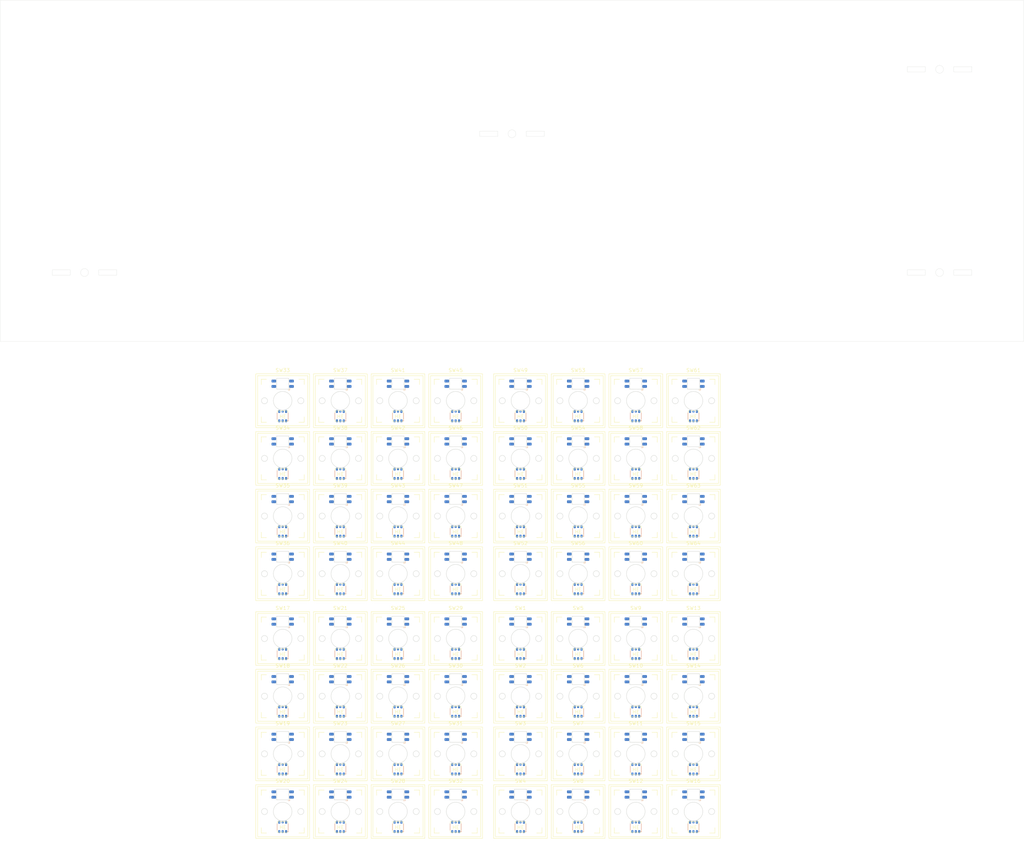
<source format=kicad_pcb>
(kicad_pcb (version 20241229) (generator "pcbnew") (generator_version "9.0")
  (title_block (title "Keys Dock Typeboard") (date "2025-10-29") (rev "0.2.1") (company "keys.woooo.tech"))
  (layers (0 "F.Cu" signal) (2 "B.Cu" signal) (13 "F.Paste" user) (15 "B.Paste" user) (5 "F.SilkS" user "F.Silkscreen") (7 "B.SilkS" user "B.Silkscreen") (1 "F.Mask" user) (3 "B.Mask" user) (25 "Edge.Cuts" user))
  (net 0 "")
  (net 2 "P,+5")
  (net 3 "/keys-group-1/LED_DATA_INNER")
  (net 4 "Net-(SW1-GND-PadH2)")
  (net 5 "Net-(SW1-LED_OUT)")
  (net 6 "SAKI_MOVE")
  (net 7 "P,+3.3")
  (net 8 "SLEEP")
  (net 9 "Net-(SW10-GND-PadH2)")
  (net 10 "Net-(SW10-LED_OUT)")
  (net 11 "Net-(SW2-LED_OUT)")
  (net 13 "Net-(SW10-LED_IN)")
  (net 14 "Net-(SW11-LED_OUT)")
  (net 16 "Net-(SW12-LED_OUT)")
  (net 17 "Net-(SW11-LED_IN)")
  (net 20 "Net-(SW12-LED_IN)")
  (net 21 "/keys-group-1/LED_DATA_IN")
  (net 22 "Net-(SW14-LED_OUT)")
  (net 23 "Net-(SW13-LED_IN)")
  (net 25 "Net-(SW14-LED_IN)")
  (net 26 "Net-(SW15-LED_OUT)")
  (net 28 "Net-(SW16-LED_OUT)")
  (net 30 "Net-(SW15-LED_IN)")
  (net 32 "P,E")
  (net 36 "/keys-group-1/LED_DATA_OUT")
  (net 41 "/keys-group-2/LED_DATA_INNER")
  (net 42 "Net-(SW17-GND-PadH2)")
  (net 44 "Net-(SW17-LED_OUT)")
  (net 45 "Net-(SW18-LED_IN)")
  (net 47 "Net-(SW18-GND-PadH5)")
  (net 48 "Net-(SW19-LED_IN)")
  (net 50 "Net-(SW20-LED_IN)")
  (net 53 "Net-(SW21-LED_IN)")
  (net 54 "Net-(SW22-LED_IN)")
  (net 56 "Net-(SW23-LED_IN)")
  (net 58 "Net-(SW24-LED_IN)")
  (net 61 "Net-(SW26-LED_IN)")
  (net 62 "/keys-group-2/LED_DATA_OUT")
  (net 65 "Net-(SW27-LED_IN)")
  (net 67 "Net-(SW28-LED_IN)")
  (net 69 "Net-(SW29-LED_IN)")
  (net 70 "Net-(SW30-LED_IN)")
  (net 72 "Net-(SW31-LED_IN)")
  (net 75 "/keys-group-3/LED_DATA_INNER")
  (net 76 "Net-(SW33-GND-PadH5)")
  (net 77 "Net-(SW33-LED_IN)")
  (net 79 "Net-(SW34-LED_IN)")
  (net 81 "Net-(SW35-LED_IN)")
  (net 83 "Net-(SW36-LED_IN)")
  (net 85 "Net-(SW37-LED_IN)")
  (net 88 "Net-(SW38-LED_IN)")
  (net 90 "Net-(SW39-LED_IN)")
  (net 92 "Net-(SW41-GND-PadH5)")
  (net 93 "/keys-group-3/LED_DATA_OUT")
  (net 94 "Net-(SW41-LED_IN)")
  (net 97 "Net-(SW42-LED_IN)")
  (net 98 "Net-(SW43-LED_IN)")
  (net 101 "Net-(SW44-LED_IN)")
  (net 103 "Net-(SW45-LED_IN)")
  (net 104 "Net-(SW46-LED_IN)")
  (net 106 "Net-(SW47-LED_IN)")
  (net 110 "Net-(SW49-LED_IN)")
  (net 111 "Net-(SW49-GND-PadH5)")
  (net 112 "/keys-group-4/LED_DATA_INNER")
  (net 113 "Net-(SW50-LED_IN)")
  (net 116 "Net-(SW51-LED_IN)")
  (net 118 "Net-(SW52-LED_IN)")
  (net 120 "Net-(SW53-LED_IN)")
  (net 121 "Net-(SW54-LED_IN)")
  (net 124 "Net-(SW55-LED_IN)")
  (net 126 "/keys-group-4/LED_DATA_OUT")
  (net 127 "Net-(SW57-GND-PadH5)")
  (net 128 "Net-(SW57-LED_IN)")
  (net 130 "Net-(SW58-LED_IN)")
  (net 132 "Net-(SW59-LED_IN)")
  (net 134 "Net-(SW60-LED_IN)")
  (net 137 "Net-(SW61-LED_IN)")
  (net 138 "Net-(SW62-LED_IN)")
  (net 140 "Net-(SW63-LED_IN)")
  (footprint "KeysDock:KD-SINGLE-KEY" (layer "F.Cu") (at 229.33 154.8)
    (property "Reference" "SW53")
    (property "Value" "~")
    (fp_rect (start -1.7 -6.25) (end 1.7 -3.25) (stroke (width 0.1)) (fill no) (layer "Edge.Cuts"))
    (fp_circle (center -5.075 0) (end -4.225 0) (stroke (width 0.1)) (fill no) (layer "Edge.Cuts"))
    (fp_circle (center 0 0) (end 2.6 0) (stroke (width 0.1)) (fill no) (layer "Edge.Cuts"))
    (fp_circle (center 5.075 0) (end 5.925 0) (stroke (width 0.1)) (fill no) (layer "Edge.Cuts"))
  )
  (footprint "KeysDock:KD-SINGLE-KEY" (layer "F.Cu") (at 146.83 253.4)
    (property "Reference" "SW19")
    (property "Value" "~")
    (fp_rect (start -1.7 -6.25) (end 1.7 -3.25) (stroke (width 0.1)) (fill no) (layer "Edge.Cuts"))
    (fp_circle (center -5.075 0) (end -4.225 0) (stroke (width 0.1)) (fill no) (layer "Edge.Cuts"))
    (fp_circle (center 0 0) (end 2.6 0) (stroke (width 0.1)) (fill no) (layer "Edge.Cuts"))
    (fp_circle (center 5.075 0) (end 5.925 0) (stroke (width 0.1)) (fill no) (layer "Edge.Cuts"))
  )
  (footprint "KeysDock:KD-SINGLE-KEY" (layer "F.Cu") (at 162.93 170.9)
    (property "Reference" "SW38")
    (property "Value" "~")
    (fp_rect (start -1.7 -6.25) (end 1.7 -3.25) (stroke (width 0.1)) (fill no) (layer "Edge.Cuts"))
    (fp_circle (center -5.075 0) (end -4.225 0) (stroke (width 0.1)) (fill no) (layer "Edge.Cuts"))
    (fp_circle (center 0 0) (end 2.6 0) (stroke (width 0.1)) (fill no) (layer "Edge.Cuts"))
    (fp_circle (center 5.075 0) (end 5.925 0) (stroke (width 0.1)) (fill no) (layer "Edge.Cuts"))
  )
  (footprint "KeysDock:KD-SINGLE-KEY" (layer "F.Cu") (at 245.43 170.9)
    (property "Reference" "SW58")
    (property "Value" "~")
    (fp_rect (start -1.7 -6.25) (end 1.7 -3.25) (stroke (width 0.1)) (fill no) (layer "Edge.Cuts"))
    (fp_circle (center -5.075 0) (end -4.225 0) (stroke (width 0.1)) (fill no) (layer "Edge.Cuts"))
    (fp_circle (center 0 0) (end 2.6 0) (stroke (width 0.1)) (fill no) (layer "Edge.Cuts"))
    (fp_circle (center 5.075 0) (end 5.925 0) (stroke (width 0.1)) (fill no) (layer "Edge.Cuts"))
  )
  (footprint "KeysDock:KD-SINGLE-KEY" (layer "F.Cu") (at 261.53 187)
    (property "Reference" "SW63")
    (property "Value" "~")
    (fp_rect (start -1.7 -6.25) (end 1.7 -3.25) (stroke (width 0.1)) (fill no) (layer "Edge.Cuts"))
    (fp_circle (center -5.075 0) (end -4.225 0) (stroke (width 0.1)) (fill no) (layer "Edge.Cuts"))
    (fp_circle (center 0 0) (end 2.6 0) (stroke (width 0.1)) (fill no) (layer "Edge.Cuts"))
    (fp_circle (center 5.075 0) (end 5.925 0) (stroke (width 0.1)) (fill no) (layer "Edge.Cuts"))
  )
  (footprint "KeysDock:KD-SINGLE-KEY" (layer "F.Cu") (at 245.43 269.5)
    (property "Reference" "SW12")
    (property "Value" "~")
    (fp_rect (start -1.7 -6.25) (end 1.7 -3.25) (stroke (width 0.1)) (fill no) (layer "Edge.Cuts"))
    (fp_circle (center -5.075 0) (end -4.225 0) (stroke (width 0.1)) (fill no) (layer "Edge.Cuts"))
    (fp_circle (center 0 0) (end 2.6 0) (stroke (width 0.1)) (fill no) (layer "Edge.Cuts"))
    (fp_circle (center 5.075 0) (end 5.925 0) (stroke (width 0.1)) (fill no) (layer "Edge.Cuts"))
  )
  (footprint "KeysDock:KD-SINGLE-KEY" (layer "F.Cu") (at 245.43 221.2)
    (property "Reference" "SW9")
    (property "Value" "~")
    (fp_rect (start -1.7 -6.25) (end 1.7 -3.25) (stroke (width 0.1)) (fill no) (layer "Edge.Cuts"))
    (fp_circle (center -5.075 0) (end -4.225 0) (stroke (width 0.1)) (fill no) (layer "Edge.Cuts"))
    (fp_circle (center 0 0) (end 2.6 0) (stroke (width 0.1)) (fill no) (layer "Edge.Cuts"))
    (fp_circle (center 5.075 0) (end 5.925 0) (stroke (width 0.1)) (fill no) (layer "Edge.Cuts"))
  )
  (footprint "KeysDock:KD-SINGLE-KEY" (layer "F.Cu") (at 146.83 221.2)
    (property "Reference" "SW17")
    (property "Value" "~")
    (fp_rect (start -1.7 -6.25) (end 1.7 -3.25) (stroke (width 0.1)) (fill no) (layer "Edge.Cuts"))
    (fp_circle (center -5.075 0) (end -4.225 0) (stroke (width 0.1)) (fill no) (layer "Edge.Cuts"))
    (fp_circle (center 0 0) (end 2.6 0) (stroke (width 0.1)) (fill no) (layer "Edge.Cuts"))
    (fp_circle (center 5.075 0) (end 5.925 0) (stroke (width 0.1)) (fill no) (layer "Edge.Cuts"))
  )
  (footprint "KeysDock:KD-SINGLE-KEY" (layer "F.Cu") (at 213.23 154.8)
    (property "Reference" "SW49")
    (property "Value" "~")
    (fp_rect (start -1.7 -6.25) (end 1.7 -3.25) (stroke (width 0.1)) (fill no) (layer "Edge.Cuts"))
    (fp_circle (center -5.075 0) (end -4.225 0) (stroke (width 0.1)) (fill no) (layer "Edge.Cuts"))
    (fp_circle (center 0 0) (end 2.6 0) (stroke (width 0.1)) (fill no) (layer "Edge.Cuts"))
    (fp_circle (center 5.075 0) (end 5.925 0) (stroke (width 0.1)) (fill no) (layer "Edge.Cuts"))
  )
  (footprint "KeysDock:KD-SINGLE-KEY" (layer "F.Cu") (at 179.03 203.1)
    (property "Reference" "SW44")
    (property "Value" "~")
    (fp_rect (start -1.7 -6.25) (end 1.7 -3.25) (stroke (width 0.1)) (fill no) (layer "Edge.Cuts"))
    (fp_circle (center -5.075 0) (end -4.225 0) (stroke (width 0.1)) (fill no) (layer "Edge.Cuts"))
    (fp_circle (center 0 0) (end 2.6 0) (stroke (width 0.1)) (fill no) (layer "Edge.Cuts"))
    (fp_circle (center 5.075 0) (end 5.925 0) (stroke (width 0.1)) (fill no) (layer "Edge.Cuts"))
  )
  (footprint "KeysDock:KD-SINGLE-KEY" (layer "F.Cu") (at 179.03 253.4)
    (property "Reference" "SW27")
    (property "Value" "~")
    (fp_rect (start -1.7 -6.25) (end 1.7 -3.25) (stroke (width 0.1)) (fill no) (layer "Edge.Cuts"))
    (fp_circle (center -5.075 0) (end -4.225 0) (stroke (width 0.1)) (fill no) (layer "Edge.Cuts"))
    (fp_circle (center 0 0) (end 2.6 0) (stroke (width 0.1)) (fill no) (layer "Edge.Cuts"))
    (fp_circle (center 5.075 0) (end 5.925 0) (stroke (width 0.1)) (fill no) (layer "Edge.Cuts"))
  )
  (footprint "KeysDock:KD-SINGLE-KEY" (layer "F.Cu") (at 213.23 253.4)
    (property "Reference" "SW3")
    (property "Value" "~")
    (fp_rect (start -1.7 -6.25) (end 1.7 -3.25) (stroke (width 0.1)) (fill no) (layer "Edge.Cuts"))
    (fp_circle (center -5.075 0) (end -4.225 0) (stroke (width 0.1)) (fill no) (layer "Edge.Cuts"))
    (fp_circle (center 0 0) (end 2.6 0) (stroke (width 0.1)) (fill no) (layer "Edge.Cuts"))
    (fp_circle (center 5.075 0) (end 5.925 0) (stroke (width 0.1)) (fill no) (layer "Edge.Cuts"))
  )
  (footprint "KeysDock:KD-SINGLE-KEY" (layer "F.Cu") (at 261.53 237.3)
    (property "Reference" "SW14")
    (property "Value" "~")
    (fp_rect (start -1.7 -6.25) (end 1.7 -3.25) (stroke (width 0.1)) (fill no) (layer "Edge.Cuts"))
    (fp_circle (center -5.075 0) (end -4.225 0) (stroke (width 0.1)) (fill no) (layer "Edge.Cuts"))
    (fp_circle (center 0 0) (end 2.6 0) (stroke (width 0.1)) (fill no) (layer "Edge.Cuts"))
    (fp_circle (center 5.075 0) (end 5.925 0) (stroke (width 0.1)) (fill no) (layer "Edge.Cuts"))
  )
  (footprint "KeysDock:KD-SINGLE-KEY" (layer "F.Cu") (at 261.53 253.4)
    (property "Reference" "SW15")
    (property "Value" "~")
    (fp_rect (start -1.7 -6.25) (end 1.7 -3.25) (stroke (width 0.1)) (fill no) (layer "Edge.Cuts"))
    (fp_circle (center -5.075 0) (end -4.225 0) (stroke (width 0.1)) (fill no) (layer "Edge.Cuts"))
    (fp_circle (center 0 0) (end 2.6 0) (stroke (width 0.1)) (fill no) (layer "Edge.Cuts"))
    (fp_circle (center 5.075 0) (end 5.925 0) (stroke (width 0.1)) (fill no) (layer "Edge.Cuts"))
  )
  (footprint "KeysDock:KD-SINGLE-KEY" (layer "F.Cu") (at 162.93 187)
    (property "Reference" "SW39")
    (property "Value" "~")
    (fp_rect (start -1.7 -6.25) (end 1.7 -3.25) (stroke (width 0.1)) (fill no) (layer "Edge.Cuts"))
    (fp_circle (center -5.075 0) (end -4.225 0) (stroke (width 0.1)) (fill no) (layer "Edge.Cuts"))
    (fp_circle (center 0 0) (end 2.6 0) (stroke (width 0.1)) (fill no) (layer "Edge.Cuts"))
    (fp_circle (center 5.075 0) (end 5.925 0) (stroke (width 0.1)) (fill no) (layer "Edge.Cuts"))
  )
  (footprint "KeysDock:KD-SINGLE-KEY" (layer "F.Cu") (at 213.23 221.2)
    (property "Reference" "SW1")
    (property "Value" "~")
    (fp_rect (start -1.7 -6.25) (end 1.7 -3.25) (stroke (width 0.1)) (fill no) (layer "Edge.Cuts"))
    (fp_circle (center -5.075 0) (end -4.225 0) (stroke (width 0.1)) (fill no) (layer "Edge.Cuts"))
    (fp_circle (center 0 0) (end 2.6 0) (stroke (width 0.1)) (fill no) (layer "Edge.Cuts"))
    (fp_circle (center 5.075 0) (end 5.925 0) (stroke (width 0.1)) (fill no) (layer "Edge.Cuts"))
  )
  (footprint "KeysDock:KD-SINGLE-KEY" (layer "F.Cu") (at 179.03 237.3)
    (property "Reference" "SW26")
    (property "Value" "~")
    (fp_rect (start -1.7 -6.25) (end 1.7 -3.25) (stroke (width 0.1)) (fill no) (layer "Edge.Cuts"))
    (fp_circle (center -5.075 0) (end -4.225 0) (stroke (width 0.1)) (fill no) (layer "Edge.Cuts"))
    (fp_circle (center 0 0) (end 2.6 0) (stroke (width 0.1)) (fill no) (layer "Edge.Cuts"))
    (fp_circle (center 5.075 0) (end 5.925 0) (stroke (width 0.1)) (fill no) (layer "Edge.Cuts"))
  )
  (footprint "KeysDock:KD-SINGLE-KEY" (layer "F.Cu") (at 146.83 170.9)
    (property "Reference" "SW34")
    (property "Value" "~")
    (fp_rect (start -1.7 -6.25) (end 1.7 -3.25) (stroke (width 0.1)) (fill no) (layer "Edge.Cuts"))
    (fp_circle (center -5.075 0) (end -4.225 0) (stroke (width 0.1)) (fill no) (layer "Edge.Cuts"))
    (fp_circle (center 0 0) (end 2.6 0) (stroke (width 0.1)) (fill no) (layer "Edge.Cuts"))
    (fp_circle (center 5.075 0) (end 5.925 0) (stroke (width 0.1)) (fill no) (layer "Edge.Cuts"))
  )
  (footprint "KeysDock:KD-SINGLE-KEY" (layer "F.Cu") (at 179.03 269.5)
    (property "Reference" "SW28")
    (property "Value" "~")
    (fp_rect (start -1.7 -6.25) (end 1.7 -3.25) (stroke (width 0.1)) (fill no) (layer "Edge.Cuts"))
    (fp_circle (center -5.075 0) (end -4.225 0) (stroke (width 0.1)) (fill no) (layer "Edge.Cuts"))
    (fp_circle (center 0 0) (end 2.6 0) (stroke (width 0.1)) (fill no) (layer "Edge.Cuts"))
    (fp_circle (center 5.075 0) (end 5.925 0) (stroke (width 0.1)) (fill no) (layer "Edge.Cuts"))
  )
  (footprint "KeysDock:KD-SINGLE-KEY" (layer "F.Cu") (at 213.23 203.1)
    (property "Reference" "SW52")
    (property "Value" "~")
    (fp_rect (start -1.7 -6.25) (end 1.7 -3.25) (stroke (width 0.1)) (fill no) (layer "Edge.Cuts"))
    (fp_circle (center -5.075 0) (end -4.225 0) (stroke (width 0.1)) (fill no) (layer "Edge.Cuts"))
    (fp_circle (center 0 0) (end 2.6 0) (stroke (width 0.1)) (fill no) (layer "Edge.Cuts"))
    (fp_circle (center 5.075 0) (end 5.925 0) (stroke (width 0.1)) (fill no) (layer "Edge.Cuts"))
  )
  (footprint "KeysDock:KD-SINGLE-KEY" (layer "F.Cu") (at 261.53 269.5)
    (property "Reference" "SW16")
    (property "Value" "~")
    (fp_rect (start -1.7 -6.25) (end 1.7 -3.25) (stroke (width 0.1)) (fill no) (layer "Edge.Cuts"))
    (fp_circle (center -5.075 0) (end -4.225 0) (stroke (width 0.1)) (fill no) (layer "Edge.Cuts"))
    (fp_circle (center 0 0) (end 2.6 0) (stroke (width 0.1)) (fill no) (layer "Edge.Cuts"))
    (fp_circle (center 5.075 0) (end 5.925 0) (stroke (width 0.1)) (fill no) (layer "Edge.Cuts"))
  )
  (footprint "KeysDock:KD-SINGLE-KEY" (layer "F.Cu") (at 195.13 203.1)
    (property "Reference" "SW48")
    (property "Value" "~")
    (fp_rect (start -1.7 -6.25) (end 1.7 -3.25) (stroke (width 0.1)) (fill no) (layer "Edge.Cuts"))
    (fp_circle (center -5.075 0) (end -4.225 0) (stroke (width 0.1)) (fill no) (layer "Edge.Cuts"))
    (fp_circle (center 0 0) (end 2.6 0) (stroke (width 0.1)) (fill no) (layer "Edge.Cuts"))
    (fp_circle (center 5.075 0) (end 5.925 0) (stroke (width 0.1)) (fill no) (layer "Edge.Cuts"))
  )
  (footprint "KeysDock:KD-SINGLE-KEY" (layer "F.Cu") (at 229.33 237.3)
    (property "Reference" "SW6")
    (property "Value" "~")
    (fp_rect (start -1.7 -6.25) (end 1.7 -3.25) (stroke (width 0.1)) (fill no) (layer "Edge.Cuts"))
    (fp_circle (center -5.075 0) (end -4.225 0) (stroke (width 0.1)) (fill no) (layer "Edge.Cuts"))
    (fp_circle (center 0 0) (end 2.6 0) (stroke (width 0.1)) (fill no) (layer "Edge.Cuts"))
    (fp_circle (center 5.075 0) (end 5.925 0) (stroke (width 0.1)) (fill no) (layer "Edge.Cuts"))
  )
  (footprint "KeysDock:KD-SINGLE-KEY" (layer "F.Cu") (at 179.03 170.9)
    (property "Reference" "SW42")
    (property "Value" "~")
    (fp_rect (start -1.7 -6.25) (end 1.7 -3.25) (stroke (width 0.1)) (fill no) (layer "Edge.Cuts"))
    (fp_circle (center -5.075 0) (end -4.225 0) (stroke (width 0.1)) (fill no) (layer "Edge.Cuts"))
    (fp_circle (center 0 0) (end 2.6 0) (stroke (width 0.1)) (fill no) (layer "Edge.Cuts"))
    (fp_circle (center 5.075 0) (end 5.925 0) (stroke (width 0.1)) (fill no) (layer "Edge.Cuts"))
  )
  (footprint "KeysDock:KD-SINGLE-KEY" (layer "F.Cu") (at 162.93 253.4)
    (property "Reference" "SW23")
    (property "Value" "~")
    (fp_rect (start -1.7 -6.25) (end 1.7 -3.25) (stroke (width 0.1)) (fill no) (layer "Edge.Cuts"))
    (fp_circle (center -5.075 0) (end -4.225 0) (stroke (width 0.1)) (fill no) (layer "Edge.Cuts"))
    (fp_circle (center 0 0) (end 2.6 0) (stroke (width 0.1)) (fill no) (layer "Edge.Cuts"))
    (fp_circle (center 5.075 0) (end 5.925 0) (stroke (width 0.1)) (fill no) (layer "Edge.Cuts"))
  )
  (footprint "KeysDock:KD-SINGLE-KEY" (layer "F.Cu") (at 146.83 237.3)
    (property "Reference" "SW18")
    (property "Value" "~")
    (fp_rect (start -1.7 -6.25) (end 1.7 -3.25) (stroke (width 0.1)) (fill no) (layer "Edge.Cuts"))
    (fp_circle (center -5.075 0) (end -4.225 0) (stroke (width 0.1)) (fill no) (layer "Edge.Cuts"))
    (fp_circle (center 0 0) (end 2.6 0) (stroke (width 0.1)) (fill no) (layer "Edge.Cuts"))
    (fp_circle (center 5.075 0) (end 5.925 0) (stroke (width 0.1)) (fill no) (layer "Edge.Cuts"))
  )
  (footprint "KeysDock:KD-SINGLE-KEY" (layer "F.Cu") (at 245.43 187)
    (property "Reference" "SW59")
    (property "Value" "~")
    (fp_rect (start -1.7 -6.25) (end 1.7 -3.25) (stroke (width 0.1)) (fill no) (layer "Edge.Cuts"))
    (fp_circle (center -5.075 0) (end -4.225 0) (stroke (width 0.1)) (fill no) (layer "Edge.Cuts"))
    (fp_circle (center 0 0) (end 2.6 0) (stroke (width 0.1)) (fill no) (layer "Edge.Cuts"))
    (fp_circle (center 5.075 0) (end 5.925 0) (stroke (width 0.1)) (fill no) (layer "Edge.Cuts"))
  )
  (footprint "KeysDock:KD-SINGLE-KEY" (layer "F.Cu") (at 179.03 221.2)
    (property "Reference" "SW25")
    (property "Value" "~")
    (fp_rect (start -1.7 -6.25) (end 1.7 -3.25) (stroke (width 0.1)) (fill no) (layer "Edge.Cuts"))
    (fp_circle (center -5.075 0) (end -4.225 0) (stroke (width 0.1)) (fill no) (layer "Edge.Cuts"))
    (fp_circle (center 0 0) (end 2.6 0) (stroke (width 0.1)) (fill no) (layer "Edge.Cuts"))
    (fp_circle (center 5.075 0) (end 5.925 0) (stroke (width 0.1)) (fill no) (layer "Edge.Cuts"))
  )
  (footprint "KeysDock:KD-SINGLE-KEY" (layer "F.Cu") (at 195.13 221.2)
    (property "Reference" "SW29")
    (property "Value" "~")
    (fp_rect (start -1.7 -6.25) (end 1.7 -3.25) (stroke (width 0.1)) (fill no) (layer "Edge.Cuts"))
    (fp_circle (center -5.075 0) (end -4.225 0) (stroke (width 0.1)) (fill no) (layer "Edge.Cuts"))
    (fp_circle (center 0 0) (end 2.6 0) (stroke (width 0.1)) (fill no) (layer "Edge.Cuts"))
    (fp_circle (center 5.075 0) (end 5.925 0) (stroke (width 0.1)) (fill no) (layer "Edge.Cuts"))
  )
  (footprint "KeysDock:KD-SINGLE-KEY" (layer "F.Cu") (at 229.33 187)
    (property "Reference" "SW55")
    (property "Value" "~")
    (fp_rect (start -1.7 -6.25) (end 1.7 -3.25) (stroke (width 0.1)) (fill no) (layer "Edge.Cuts"))
    (fp_circle (center -5.075 0) (end -4.225 0) (stroke (width 0.1)) (fill no) (layer "Edge.Cuts"))
    (fp_circle (center 0 0) (end 2.6 0) (stroke (width 0.1)) (fill no) (layer "Edge.Cuts"))
    (fp_circle (center 5.075 0) (end 5.925 0) (stroke (width 0.1)) (fill no) (layer "Edge.Cuts"))
  )
  (footprint "KeysDock:KD-SINGLE-KEY" (layer "F.Cu") (at 261.53 203.1)
    (property "Reference" "SW64")
    (property "Value" "~")
    (fp_rect (start -1.7 -6.25) (end 1.7 -3.25) (stroke (width 0.1)) (fill no) (layer "Edge.Cuts"))
    (fp_circle (center -5.075 0) (end -4.225 0) (stroke (width 0.1)) (fill no) (layer "Edge.Cuts"))
    (fp_circle (center 0 0) (end 2.6 0) (stroke (width 0.1)) (fill no) (layer "Edge.Cuts"))
    (fp_circle (center 5.075 0) (end 5.925 0) (stroke (width 0.1)) (fill no) (layer "Edge.Cuts"))
  )
  (footprint "KeysDock:KD-SINGLE-KEY" (layer "F.Cu") (at 245.43 203.1)
    (property "Reference" "SW60")
    (property "Value" "~")
    (fp_rect (start -1.7 -6.25) (end 1.7 -3.25) (stroke (width 0.1)) (fill no) (layer "Edge.Cuts"))
    (fp_circle (center -5.075 0) (end -4.225 0) (stroke (width 0.1)) (fill no) (layer "Edge.Cuts"))
    (fp_circle (center 0 0) (end 2.6 0) (stroke (width 0.1)) (fill no) (layer "Edge.Cuts"))
    (fp_circle (center 5.075 0) (end 5.925 0) (stroke (width 0.1)) (fill no) (layer "Edge.Cuts"))
  )
  (footprint "KeysDock:KD-SINGLE-KEY" (layer "F.Cu") (at 162.93 221.2)
    (property "Reference" "SW21")
    (property "Value" "~")
    (fp_rect (start -1.7 -6.25) (end 1.7 -3.25) (stroke (width 0.1)) (fill no) (layer "Edge.Cuts"))
    (fp_circle (center -5.075 0) (end -4.225 0) (stroke (width 0.1)) (fill no) (layer "Edge.Cuts"))
    (fp_circle (center 0 0) (end 2.6 0) (stroke (width 0.1)) (fill no) (layer "Edge.Cuts"))
    (fp_circle (center 5.075 0) (end 5.925 0) (stroke (width 0.1)) (fill no) (layer "Edge.Cuts"))
  )
  (footprint "KeysDock:KD-SINGLE-KEY" (layer "F.Cu") (at 179.03 187)
    (property "Reference" "SW43")
    (property "Value" "~")
    (fp_rect (start -1.7 -6.25) (end 1.7 -3.25) (stroke (width 0.1)) (fill no) (layer "Edge.Cuts"))
    (fp_circle (center -5.075 0) (end -4.225 0) (stroke (width 0.1)) (fill no) (layer "Edge.Cuts"))
    (fp_circle (center 0 0) (end 2.6 0) (stroke (width 0.1)) (fill no) (layer "Edge.Cuts"))
    (fp_circle (center 5.075 0) (end 5.925 0) (stroke (width 0.1)) (fill no) (layer "Edge.Cuts"))
  )
  (footprint "KeysDock:KD-SINGLE-KEY" (layer "F.Cu") (at 261.53 221.2)
    (property "Reference" "SW13")
    (property "Value" "~")
    (fp_rect (start -1.7 -6.25) (end 1.7 -3.25) (stroke (width 0.1)) (fill no) (layer "Edge.Cuts"))
    (fp_circle (center -5.075 0) (end -4.225 0) (stroke (width 0.1)) (fill no) (layer "Edge.Cuts"))
    (fp_circle (center 0 0) (end 2.6 0) (stroke (width 0.1)) (fill no) (layer "Edge.Cuts"))
    (fp_circle (center 5.075 0) (end 5.925 0) (stroke (width 0.1)) (fill no) (layer "Edge.Cuts"))
  )
  (footprint "KeysDock:KD-SINGLE-KEY" (layer "F.Cu") (at 213.23 269.5)
    (property "Reference" "SW4")
    (property "Value" "~")
    (fp_rect (start -1.7 -6.25) (end 1.7 -3.25) (stroke (width 0.1)) (fill no) (layer "Edge.Cuts"))
    (fp_circle (center -5.075 0) (end -4.225 0) (stroke (width 0.1)) (fill no) (layer "Edge.Cuts"))
    (fp_circle (center 0 0) (end 2.6 0) (stroke (width 0.1)) (fill no) (layer "Edge.Cuts"))
    (fp_circle (center 5.075 0) (end 5.925 0) (stroke (width 0.1)) (fill no) (layer "Edge.Cuts"))
  )
  (footprint "KeysDock:KD-SINGLE-KEY" (layer "F.Cu") (at 229.33 269.5)
    (property "Reference" "SW8")
    (property "Value" "~")
    (fp_rect (start -1.7 -6.25) (end 1.7 -3.25) (stroke (width 0.1)) (fill no) (layer "Edge.Cuts"))
    (fp_circle (center -5.075 0) (end -4.225 0) (stroke (width 0.1)) (fill no) (layer "Edge.Cuts"))
    (fp_circle (center 0 0) (end 2.6 0) (stroke (width 0.1)) (fill no) (layer "Edge.Cuts"))
    (fp_circle (center 5.075 0) (end 5.925 0) (stroke (width 0.1)) (fill no) (layer "Edge.Cuts"))
  )
  (footprint "KeysDock:KD-SINGLE-KEY" (layer "F.Cu") (at 195.13 253.4)
    (property "Reference" "SW31")
    (property "Value" "~")
    (fp_rect (start -1.7 -6.25) (end 1.7 -3.25) (stroke (width 0.1)) (fill no) (layer "Edge.Cuts"))
    (fp_circle (center -5.075 0) (end -4.225 0) (stroke (width 0.1)) (fill no) (layer "Edge.Cuts"))
    (fp_circle (center 0 0) (end 2.6 0) (stroke (width 0.1)) (fill no) (layer "Edge.Cuts"))
    (fp_circle (center 5.075 0) (end 5.925 0) (stroke (width 0.1)) (fill no) (layer "Edge.Cuts"))
  )
  (footprint "KeysDock:KD-SINGLE-KEY" (layer "F.Cu") (at 162.93 203.1)
    (property "Reference" "SW40")
    (property "Value" "~")
    (fp_rect (start -1.7 -6.25) (end 1.7 -3.25) (stroke (width 0.1)) (fill no) (layer "Edge.Cuts"))
    (fp_circle (center -5.075 0) (end -4.225 0) (stroke (width 0.1)) (fill no) (layer "Edge.Cuts"))
    (fp_circle (center 0 0) (end 2.6 0) (stroke (width 0.1)) (fill no) (layer "Edge.Cuts"))
    (fp_circle (center 5.075 0) (end 5.925 0) (stroke (width 0.1)) (fill no) (layer "Edge.Cuts"))
  )
  (footprint "KeysDock:KD-SINGLE-KEY" (layer "F.Cu") (at 195.13 154.8)
    (property "Reference" "SW45")
    (property "Value" "~")
    (fp_rect (start -1.7 -6.25) (end 1.7 -3.25) (stroke (width 0.1)) (fill no) (layer "Edge.Cuts"))
    (fp_circle (center -5.075 0) (end -4.225 0) (stroke (width 0.1)) (fill no) (layer "Edge.Cuts"))
    (fp_circle (center 0 0) (end 2.6 0) (stroke (width 0.1)) (fill no) (layer "Edge.Cuts"))
    (fp_circle (center 5.075 0) (end 5.925 0) (stroke (width 0.1)) (fill no) (layer "Edge.Cuts"))
  )
  (footprint "KeysDock:KD-SINGLE-KEY" (layer "F.Cu") (at 179.03 154.8)
    (property "Reference" "SW41")
    (property "Value" "~")
    (fp_rect (start -1.7 -6.25) (end 1.7 -3.25) (stroke (width 0.1)) (fill no) (layer "Edge.Cuts"))
    (fp_circle (center -5.075 0) (end -4.225 0) (stroke (width 0.1)) (fill no) (layer "Edge.Cuts"))
    (fp_circle (center 0 0) (end 2.6 0) (stroke (width 0.1)) (fill no) (layer "Edge.Cuts"))
    (fp_circle (center 5.075 0) (end 5.925 0) (stroke (width 0.1)) (fill no) (layer "Edge.Cuts"))
  )
  (footprint "KeysDock:KD-SINGLE-KEY" (layer "F.Cu") (at 229.33 170.9)
    (property "Reference" "SW54")
    (property "Value" "~")
    (fp_rect (start -1.7 -6.25) (end 1.7 -3.25) (stroke (width 0.1)) (fill no) (layer "Edge.Cuts"))
    (fp_circle (center -5.075 0) (end -4.225 0) (stroke (width 0.1)) (fill no) (layer "Edge.Cuts"))
    (fp_circle (center 0 0) (end 2.6 0) (stroke (width 0.1)) (fill no) (layer "Edge.Cuts"))
    (fp_circle (center 5.075 0) (end 5.925 0) (stroke (width 0.1)) (fill no) (layer "Edge.Cuts"))
  )
  (footprint "KeysDock:KD-SINGLE-KEY" (layer "F.Cu") (at 146.83 269.5)
    (property "Reference" "SW20")
    (property "Value" "~")
    (fp_rect (start -1.7 -6.25) (end 1.7 -3.25) (stroke (width 0.1)) (fill no) (layer "Edge.Cuts"))
    (fp_circle (center -5.075 0) (end -4.225 0) (stroke (width 0.1)) (fill no) (layer "Edge.Cuts"))
    (fp_circle (center 0 0) (end 2.6 0) (stroke (width 0.1)) (fill no) (layer "Edge.Cuts"))
    (fp_circle (center 5.075 0) (end 5.925 0) (stroke (width 0.1)) (fill no) (layer "Edge.Cuts"))
  )
  (footprint "KeysDock:KD-SINGLE-KEY" (layer "F.Cu") (at 261.53 170.9)
    (property "Reference" "SW62")
    (property "Value" "~")
    (fp_rect (start -1.7 -6.25) (end 1.7 -3.25) (stroke (width 0.1)) (fill no) (layer "Edge.Cuts"))
    (fp_circle (center -5.075 0) (end -4.225 0) (stroke (width 0.1)) (fill no) (layer "Edge.Cuts"))
    (fp_circle (center 0 0) (end 2.6 0) (stroke (width 0.1)) (fill no) (layer "Edge.Cuts"))
    (fp_circle (center 5.075 0) (end 5.925 0) (stroke (width 0.1)) (fill no) (layer "Edge.Cuts"))
  )
  (footprint "KeysDock:KD-SINGLE-KEY" (layer "F.Cu") (at 229.33 203.1)
    (property "Reference" "SW56")
    (property "Value" "~")
    (fp_rect (start -1.7 -6.25) (end 1.7 -3.25) (stroke (width 0.1)) (fill no) (layer "Edge.Cuts"))
    (fp_circle (center -5.075 0) (end -4.225 0) (stroke (width 0.1)) (fill no) (layer "Edge.Cuts"))
    (fp_circle (center 0 0) (end 2.6 0) (stroke (width 0.1)) (fill no) (layer "Edge.Cuts"))
    (fp_circle (center 5.075 0) (end 5.925 0) (stroke (width 0.1)) (fill no) (layer "Edge.Cuts"))
  )
  (footprint "KeysDock:KD-SINGLE-KEY" (layer "F.Cu") (at 213.23 187)
    (property "Reference" "SW51")
    (property "Value" "~")
    (fp_rect (start -1.7 -6.25) (end 1.7 -3.25) (stroke (width 0.1)) (fill no) (layer "Edge.Cuts"))
    (fp_circle (center -5.075 0) (end -4.225 0) (stroke (width 0.1)) (fill no) (layer "Edge.Cuts"))
    (fp_circle (center 0 0) (end 2.6 0) (stroke (width 0.1)) (fill no) (layer "Edge.Cuts"))
    (fp_circle (center 5.075 0) (end 5.925 0) (stroke (width 0.1)) (fill no) (layer "Edge.Cuts"))
  )
  (footprint "KeysDock:KD-SINGLE-KEY" (layer "F.Cu") (at 229.33 253.4)
    (property "Reference" "SW7")
    (property "Value" "~")
    (fp_rect (start -1.7 -6.25) (end 1.7 -3.25) (stroke (width 0.1)) (fill no) (layer "Edge.Cuts"))
    (fp_circle (center -5.075 0) (end -4.225 0) (stroke (width 0.1)) (fill no) (layer "Edge.Cuts"))
    (fp_circle (center 0 0) (end 2.6 0) (stroke (width 0.1)) (fill no) (layer "Edge.Cuts"))
    (fp_circle (center 5.075 0) (end 5.925 0) (stroke (width 0.1)) (fill no) (layer "Edge.Cuts"))
  )
  (footprint "KeysDock:KD-SINGLE-KEY" (layer "F.Cu") (at 195.13 170.9)
    (property "Reference" "SW46")
    (property "Value" "~")
    (fp_rect (start -1.7 -6.25) (end 1.7 -3.25) (stroke (width 0.1)) (fill no) (layer "Edge.Cuts"))
    (fp_circle (center -5.075 0) (end -4.225 0) (stroke (width 0.1)) (fill no) (layer "Edge.Cuts"))
    (fp_circle (center 0 0) (end 2.6 0) (stroke (width 0.1)) (fill no) (layer "Edge.Cuts"))
    (fp_circle (center 5.075 0) (end 5.925 0) (stroke (width 0.1)) (fill no) (layer "Edge.Cuts"))
  )
  (footprint "KeysDock:KD-SINGLE-KEY" (layer "F.Cu") (at 229.33 221.2)
    (property "Reference" "SW5")
    (property "Value" "~")
    (fp_rect (start -1.7 -6.25) (end 1.7 -3.25) (stroke (width 0.1)) (fill no) (layer "Edge.Cuts"))
    (fp_circle (center -5.075 0) (end -4.225 0) (stroke (width 0.1)) (fill no) (layer "Edge.Cuts"))
    (fp_circle (center 0 0) (end 2.6 0) (stroke (width 0.1)) (fill no) (layer "Edge.Cuts"))
    (fp_circle (center 5.075 0) (end 5.925 0) (stroke (width 0.1)) (fill no) (layer "Edge.Cuts"))
  )
  (footprint "KeysDock:KD-SINGLE-KEY" (layer "F.Cu") (at 195.13 187)
    (property "Reference" "SW47")
    (property "Value" "~")
    (fp_rect (start -1.7 -6.25) (end 1.7 -3.25) (stroke (width 0.1)) (fill no) (layer "Edge.Cuts"))
    (fp_circle (center -5.075 0) (end -4.225 0) (stroke (width 0.1)) (fill no) (layer "Edge.Cuts"))
    (fp_circle (center 0 0) (end 2.6 0) (stroke (width 0.1)) (fill no) (layer "Edge.Cuts"))
    (fp_circle (center 5.075 0) (end 5.925 0) (stroke (width 0.1)) (fill no) (layer "Edge.Cuts"))
  )
  (footprint "KeysDock:KD-SINGLE-KEY" (layer "F.Cu") (at 213.23 170.9)
    (property "Reference" "SW50")
    (property "Value" "~")
    (fp_rect (start -1.7 -6.25) (end 1.7 -3.25) (stroke (width 0.1)) (fill no) (layer "Edge.Cuts"))
    (fp_circle (center -5.075 0) (end -4.225 0) (stroke (width 0.1)) (fill no) (layer "Edge.Cuts"))
    (fp_circle (center 0 0) (end 2.6 0) (stroke (width 0.1)) (fill no) (layer "Edge.Cuts"))
    (fp_circle (center 5.075 0) (end 5.925 0) (stroke (width 0.1)) (fill no) (layer "Edge.Cuts"))
  )
  (footprint "KeysDock:KD-SINGLE-KEY" (layer "F.Cu") (at 245.43 253.4)
    (property "Reference" "SW11")
    (property "Value" "~")
    (fp_rect (start -1.7 -6.25) (end 1.7 -3.25) (stroke (width 0.1)) (fill no) (layer "Edge.Cuts"))
    (fp_circle (center -5.075 0) (end -4.225 0) (stroke (width 0.1)) (fill no) (layer "Edge.Cuts"))
    (fp_circle (center 0 0) (end 2.6 0) (stroke (width 0.1)) (fill no) (layer "Edge.Cuts"))
    (fp_circle (center 5.075 0) (end 5.925 0) (stroke (width 0.1)) (fill no) (layer "Edge.Cuts"))
  )
  (footprint "KeysDock:KD-SINGLE-KEY" (layer "F.Cu") (at 195.13 237.3)
    (property "Reference" "SW30")
    (property "Value" "~")
    (fp_rect (start -1.7 -6.25) (end 1.7 -3.25) (stroke (width 0.1)) (fill no) (layer "Edge.Cuts"))
    (fp_circle (center -5.075 0) (end -4.225 0) (stroke (width 0.1)) (fill no) (layer "Edge.Cuts"))
    (fp_circle (center 0 0) (end 2.6 0) (stroke (width 0.1)) (fill no) (layer "Edge.Cuts"))
    (fp_circle (center 5.075 0) (end 5.925 0) (stroke (width 0.1)) (fill no) (layer "Edge.Cuts"))
  )
  (footprint "KeysDock:KD-SINGLE-KEY" (layer "F.Cu") (at 146.83 154.8)
    (property "Reference" "SW33")
    (property "Value" "~")
    (fp_rect (start -1.7 -6.25) (end 1.7 -3.25) (stroke (width 0.1)) (fill no) (layer "Edge.Cuts"))
    (fp_circle (center -5.075 0) (end -4.225 0) (stroke (width 0.1)) (fill no) (layer "Edge.Cuts"))
    (fp_circle (center 0 0) (end 2.6 0) (stroke (width 0.1)) (fill no) (layer "Edge.Cuts"))
    (fp_circle (center 5.075 0) (end 5.925 0) (stroke (width 0.1)) (fill no) (layer "Edge.Cuts"))
  )
  (footprint "KeysDock:KD-SINGLE-KEY" (layer "F.Cu") (at 245.43 154.8)
    (property "Reference" "SW57")
    (property "Value" "~")
    (fp_rect (start -1.7 -6.25) (end 1.7 -3.25) (stroke (width 0.1)) (fill no) (layer "Edge.Cuts"))
    (fp_circle (center -5.075 0) (end -4.225 0) (stroke (width 0.1)) (fill no) (layer "Edge.Cuts"))
    (fp_circle (center 0 0) (end 2.6 0) (stroke (width 0.1)) (fill no) (layer "Edge.Cuts"))
    (fp_circle (center 5.075 0) (end 5.925 0) (stroke (width 0.1)) (fill no) (layer "Edge.Cuts"))
  )
  (footprint "KeysDock:KD-SINGLE-KEY" (layer "F.Cu") (at 146.83 187)
    (property "Reference" "SW35")
    (property "Value" "~")
    (fp_rect (start -1.7 -6.25) (end 1.7 -3.25) (stroke (width 0.1)) (fill no) (layer "Edge.Cuts"))
    (fp_circle (center -5.075 0) (end -4.225 0) (stroke (width 0.1)) (fill no) (layer "Edge.Cuts"))
    (fp_circle (center 0 0) (end 2.6 0) (stroke (width 0.1)) (fill no) (layer "Edge.Cuts"))
    (fp_circle (center 5.075 0) (end 5.925 0) (stroke (width 0.1)) (fill no) (layer "Edge.Cuts"))
  )
  (footprint "KeysDock:KD-SINGLE-KEY" (layer "F.Cu") (at 162.93 237.3)
    (property "Reference" "SW22")
    (property "Value" "~")
    (fp_rect (start -1.7 -6.25) (end 1.7 -3.25) (stroke (width 0.1)) (fill no) (layer "Edge.Cuts"))
    (fp_circle (center -5.075 0) (end -4.225 0) (stroke (width 0.1)) (fill no) (layer "Edge.Cuts"))
    (fp_circle (center 0 0) (end 2.6 0) (stroke (width 0.1)) (fill no) (layer "Edge.Cuts"))
    (fp_circle (center 5.075 0) (end 5.925 0) (stroke (width 0.1)) (fill no) (layer "Edge.Cuts"))
  )
  (footprint "KeysDock:KD-SINGLE-KEY" (layer "F.Cu") (at 245.43 237.3)
    (property "Reference" "SW10")
    (property "Value" "~")
    (fp_rect (start -1.7 -6.25) (end 1.7 -3.25) (stroke (width 0.1)) (fill no) (layer "Edge.Cuts"))
    (fp_circle (center -5.075 0) (end -4.225 0) (stroke (width 0.1)) (fill no) (layer "Edge.Cuts"))
    (fp_circle (center 0 0) (end 2.6 0) (stroke (width 0.1)) (fill no) (layer "Edge.Cuts"))
    (fp_circle (center 5.075 0) (end 5.925 0) (stroke (width 0.1)) (fill no) (layer "Edge.Cuts"))
  )
  (footprint "KeysDock:KD-SINGLE-KEY" (layer "F.Cu") (at 213.23 237.3)
    (property "Reference" "SW2")
    (property "Value" "~")
    (fp_rect (start -1.7 -6.25) (end 1.7 -3.25) (stroke (width 0.1)) (fill no) (layer "Edge.Cuts"))
    (fp_circle (center -5.075 0) (end -4.225 0) (stroke (width 0.1)) (fill no) (layer "Edge.Cuts"))
    (fp_circle (center 0 0) (end 2.6 0) (stroke (width 0.1)) (fill no) (layer "Edge.Cuts"))
    (fp_circle (center 5.075 0) (end 5.925 0) (stroke (width 0.1)) (fill no) (layer "Edge.Cuts"))
  )
  (footprint "KeysDock:KD-SINGLE-KEY" (layer "F.Cu") (at 146.83 203.1)
    (property "Reference" "SW36")
    (property "Value" "~")
    (fp_rect (start -1.7 -6.25) (end 1.7 -3.25) (stroke (width 0.1)) (fill no) (layer "Edge.Cuts"))
    (fp_circle (center -5.075 0) (end -4.225 0) (stroke (width 0.1)) (fill no) (layer "Edge.Cuts"))
    (fp_circle (center 0 0) (end 2.6 0) (stroke (width 0.1)) (fill no) (layer "Edge.Cuts"))
    (fp_circle (center 5.075 0) (end 5.925 0) (stroke (width 0.1)) (fill no) (layer "Edge.Cuts"))
  )
  (footprint "KeysDock:KD-SINGLE-KEY" (layer "F.Cu") (at 261.53 154.8)
    (property "Reference" "SW61")
    (property "Value" "~")
    (fp_rect (start -1.7 -6.25) (end 1.7 -3.25) (stroke (width 0.1)) (fill no) (layer "Edge.Cuts"))
    (fp_circle (center -5.075 0) (end -4.225 0) (stroke (width 0.1)) (fill no) (layer "Edge.Cuts"))
    (fp_circle (center 0 0) (end 2.6 0) (stroke (width 0.1)) (fill no) (layer "Edge.Cuts"))
    (fp_circle (center 5.075 0) (end 5.925 0) (stroke (width 0.1)) (fill no) (layer "Edge.Cuts"))
  )
  (footprint "KeysDock:KD-SINGLE-KEY" (layer "F.Cu") (at 195.13 269.5)
    (property "Reference" "SW32")
    (property "Value" "~")
    (fp_rect (start -1.7 -6.25) (end 1.7 -3.25) (stroke (width 0.1)) (fill no) (layer "Edge.Cuts"))
    (fp_circle (center -5.075 0) (end -4.225 0) (stroke (width 0.1)) (fill no) (layer "Edge.Cuts"))
    (fp_circle (center 0 0) (end 2.6 0) (stroke (width 0.1)) (fill no) (layer "Edge.Cuts"))
    (fp_circle (center 5.075 0) (end 5.925 0) (stroke (width 0.1)) (fill no) (layer "Edge.Cuts"))
  )
  (footprint "KeysDock:KD-SINGLE-KEY" (layer "F.Cu") (at 162.93 269.5)
    (property "Reference" "SW24")
    (property "Value" "~")
    (fp_rect (start -1.7 -6.25) (end 1.7 -3.25) (stroke (width 0.1)) (fill no) (layer "Edge.Cuts"))
    (fp_circle (center -5.075 0) (end -4.225 0) (stroke (width 0.1)) (fill no) (layer "Edge.Cuts"))
    (fp_circle (center 0 0) (end 2.6 0) (stroke (width 0.1)) (fill no) (layer "Edge.Cuts"))
    (fp_circle (center 5.075 0) (end 5.925 0) (stroke (width 0.1)) (fill no) (layer "Edge.Cuts"))
  )
  (footprint "KeysDock:KD-SINGLE-KEY" (layer "F.Cu") (at 162.93 154.8)
    (property "Reference" "SW37")
    (property "Value" "~")
    (fp_rect (start -1.7 -6.25) (end 1.7 -3.25) (stroke (width 0.1)) (fill no) (layer "Edge.Cuts"))
    (fp_circle (center -5.075 0) (end -4.225 0) (stroke (width 0.1)) (fill no) (layer "Edge.Cuts"))
    (fp_circle (center 0 0) (end 2.6 0) (stroke (width 0.1)) (fill no) (layer "Edge.Cuts"))
    (fp_circle (center 5.075 0) (end 5.925 0) (stroke (width 0.1)) (fill no) (layer "Edge.Cuts"))
  )
  (gr_circle (center 210.85 80.25) (end 211.95 80.25) (stroke (width 0.05)) (fill no) (layer "Edge.Cuts"))
  (gr_circle (center 91.5 119) (end 92.6 119) (stroke (width 0.05)) (fill no) (layer "Edge.Cuts"))
  (gr_rect (start 321.25 118.25) (end 326.25 119.75) (stroke (width 0.05)) (fill no) (layer "Edge.Cuts"))
  (gr_rect (start 68 43) (end 353.75 138.25) (stroke (width 0.05)) (fill no) (layer "Edge.Cuts"))
  (gr_rect (start 95.5 118.25) (end 100.5 119.75) (stroke (width 0.05)) (fill no) (layer "Edge.Cuts"))
  (gr_rect (start 321.25 61.5) (end 326.25 63) (stroke (width 0.05)) (fill no) (layer "Edge.Cuts"))
  (gr_circle (center 330.25 62.25) (end 331.35 62.25) (stroke (width 0.05)) (fill no) (layer "Edge.Cuts"))
  (gr_rect (start 82.5 118.25) (end 87.5 119.75) (stroke (width 0.05)) (fill no) (layer "Edge.Cuts"))
  (gr_rect (start 201.875 79.5) (end 206.875 81) (stroke (width 0.05)) (fill no) (layer "Edge.Cuts"))
  (gr_rect (start 214.875 79.5) (end 219.875 81) (stroke (width 0.05)) (fill no) (layer "Edge.Cuts"))
  (gr_rect (start 334.25 61.5) (end 339.25 63) (stroke (width 0.05)) (fill no) (layer "Edge.Cuts"))
  (gr_circle (center 330.25 119) (end 331.35 119) (stroke (width 0.05)) (fill no) (layer "Edge.Cuts"))
  (gr_rect (start 334.25 118.25) (end 339.25 119.75) (stroke (width 0.05)) (fill no) (layer "Edge.Cuts"))
)
</source>
